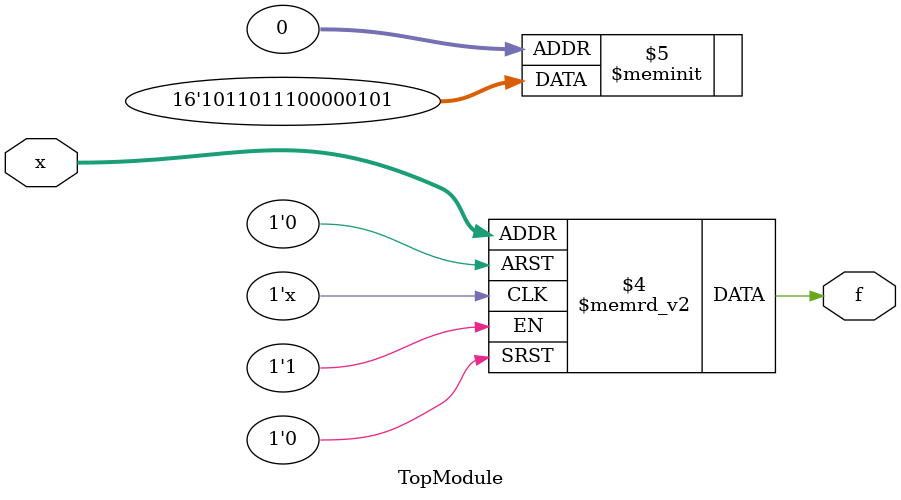
<source format=sv>
module TopModule(
    input logic [3:0] x,
    output logic f
);

    always @(*) begin
        case (x)
            4'b0000: f = 1;
            4'b0001: f = 0;
            4'b0011: f = 0;
            4'b0010: f = 1;
            4'b0100: f = 0;
            4'b0101: f = 0;
            4'b0111: f = 0;
            4'b0110: f = 0;
            4'b1100: f = 1;
            4'b1101: f = 1;
            4'b1111: f = 1;
            4'b1110: f = 0;
            4'b1000: f = 1;
            4'b1001: f = 1;
            4'b1011: f = 0;
            4'b1010: f = 1;
            default: f = 0;
        endcase
    end

endmodule
</source>
